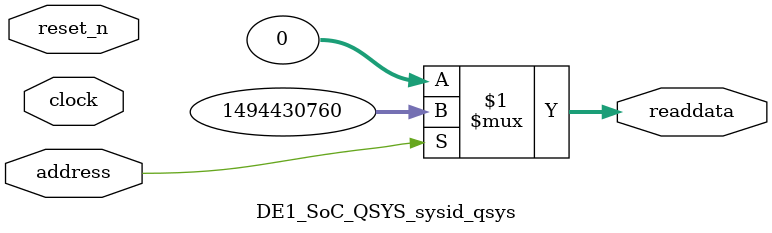
<source format=v>



// synthesis translate_off
`timescale 1ns / 1ps
// synthesis translate_on

// turn off superfluous verilog processor warnings 
// altera message_level Level1 
// altera message_off 10034 10035 10036 10037 10230 10240 10030 

module DE1_SoC_QSYS_sysid_qsys (
               // inputs:
                address,
                clock,
                reset_n,

               // outputs:
                readdata
             )
;

  output  [ 31: 0] readdata;
  input            address;
  input            clock;
  input            reset_n;

  wire    [ 31: 0] readdata;
  //control_slave, which is an e_avalon_slave
  assign readdata = address ? 1494430760 : 0;

endmodule



</source>
